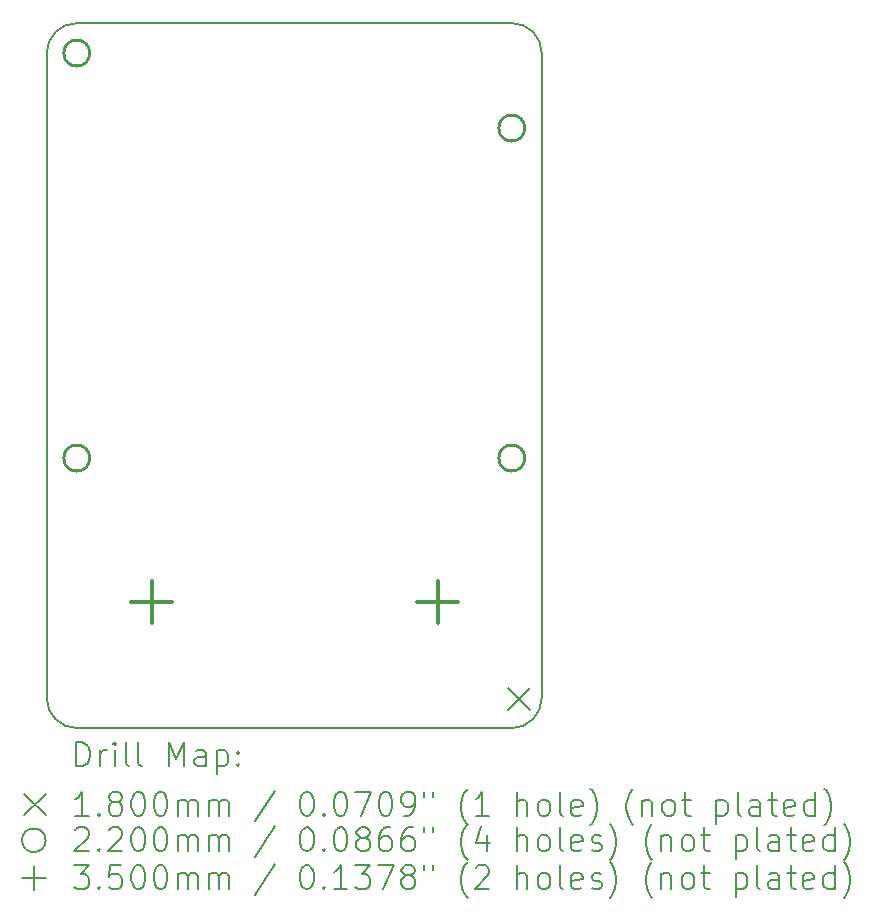
<source format=gbr>
%TF.GenerationSoftware,KiCad,Pcbnew,8.0.1*%
%TF.CreationDate,2024-07-15T10:08:49+02:00*%
%TF.ProjectId,RGB 2x2 with WS2811,52474220-3278-4322-9077-697468205753,rev?*%
%TF.SameCoordinates,Original*%
%TF.FileFunction,Drillmap*%
%TF.FilePolarity,Positive*%
%FSLAX45Y45*%
G04 Gerber Fmt 4.5, Leading zero omitted, Abs format (unit mm)*
G04 Created by KiCad (PCBNEW 8.0.1) date 2024-07-15 10:08:49*
%MOMM*%
%LPD*%
G01*
G04 APERTURE LIST*
%ADD10C,0.200000*%
%ADD11C,0.180000*%
%ADD12C,0.220000*%
%ADD13C,0.350000*%
G04 APERTURE END LIST*
D10*
X12014327Y-3618049D02*
X15697327Y-3618049D01*
X11760327Y-9333049D02*
X11760327Y-3872049D01*
X11760327Y-3872049D02*
G75*
G02*
X12014327Y-3618047I254003J-1D01*
G01*
X12014327Y-9587049D02*
G75*
G02*
X11760331Y-9333049I3J253999D01*
G01*
X15951327Y-3872049D02*
X15951327Y-9333049D01*
X15951327Y-9333049D02*
G75*
G02*
X15697327Y-9587047I-253997J-1D01*
G01*
X15697326Y-9587049D02*
X12014327Y-9587049D01*
X15697327Y-3618049D02*
G75*
G02*
X15951331Y-3872049I3J-254001D01*
G01*
D11*
X15669327Y-9250249D02*
X15849327Y-9430249D01*
X15849327Y-9250249D02*
X15669327Y-9430249D01*
D12*
X12124327Y-3872049D02*
G75*
G02*
X11904327Y-3872049I-110000J0D01*
G01*
X11904327Y-3872049D02*
G75*
G02*
X12124327Y-3872049I110000J0D01*
G01*
X12124327Y-7301049D02*
G75*
G02*
X11904327Y-7301049I-110000J0D01*
G01*
X11904327Y-7301049D02*
G75*
G02*
X12124327Y-7301049I110000J0D01*
G01*
X15807327Y-7301049D02*
G75*
G02*
X15587327Y-7301049I-110000J0D01*
G01*
X15587327Y-7301049D02*
G75*
G02*
X15807327Y-7301049I110000J0D01*
G01*
X15807327Y-4507049D02*
G75*
G02*
X15587327Y-4507049I-110000J0D01*
G01*
X15587327Y-4507049D02*
G75*
G02*
X15807327Y-4507049I110000J0D01*
G01*
D13*
X12649327Y-8345249D02*
X12649327Y-8695249D01*
X12474327Y-8520249D02*
X12824327Y-8520249D01*
X15069327Y-8345249D02*
X15069327Y-8695249D01*
X14894327Y-8520249D02*
X15244327Y-8520249D01*
D10*
X12011104Y-9908533D02*
X12011104Y-9708533D01*
X12011104Y-9708533D02*
X12058723Y-9708533D01*
X12058723Y-9708533D02*
X12087294Y-9718057D01*
X12087294Y-9718057D02*
X12106342Y-9737104D01*
X12106342Y-9737104D02*
X12115866Y-9756152D01*
X12115866Y-9756152D02*
X12125389Y-9794247D01*
X12125389Y-9794247D02*
X12125389Y-9822819D01*
X12125389Y-9822819D02*
X12115866Y-9860914D01*
X12115866Y-9860914D02*
X12106342Y-9879961D01*
X12106342Y-9879961D02*
X12087294Y-9899009D01*
X12087294Y-9899009D02*
X12058723Y-9908533D01*
X12058723Y-9908533D02*
X12011104Y-9908533D01*
X12211104Y-9908533D02*
X12211104Y-9775200D01*
X12211104Y-9813295D02*
X12220627Y-9794247D01*
X12220627Y-9794247D02*
X12230151Y-9784723D01*
X12230151Y-9784723D02*
X12249199Y-9775200D01*
X12249199Y-9775200D02*
X12268247Y-9775200D01*
X12334913Y-9908533D02*
X12334913Y-9775200D01*
X12334913Y-9708533D02*
X12325389Y-9718057D01*
X12325389Y-9718057D02*
X12334913Y-9727581D01*
X12334913Y-9727581D02*
X12344437Y-9718057D01*
X12344437Y-9718057D02*
X12334913Y-9708533D01*
X12334913Y-9708533D02*
X12334913Y-9727581D01*
X12458723Y-9908533D02*
X12439675Y-9899009D01*
X12439675Y-9899009D02*
X12430151Y-9879961D01*
X12430151Y-9879961D02*
X12430151Y-9708533D01*
X12563485Y-9908533D02*
X12544437Y-9899009D01*
X12544437Y-9899009D02*
X12534913Y-9879961D01*
X12534913Y-9879961D02*
X12534913Y-9708533D01*
X12792056Y-9908533D02*
X12792056Y-9708533D01*
X12792056Y-9708533D02*
X12858723Y-9851390D01*
X12858723Y-9851390D02*
X12925389Y-9708533D01*
X12925389Y-9708533D02*
X12925389Y-9908533D01*
X13106342Y-9908533D02*
X13106342Y-9803771D01*
X13106342Y-9803771D02*
X13096818Y-9784723D01*
X13096818Y-9784723D02*
X13077770Y-9775200D01*
X13077770Y-9775200D02*
X13039675Y-9775200D01*
X13039675Y-9775200D02*
X13020627Y-9784723D01*
X13106342Y-9899009D02*
X13087294Y-9908533D01*
X13087294Y-9908533D02*
X13039675Y-9908533D01*
X13039675Y-9908533D02*
X13020627Y-9899009D01*
X13020627Y-9899009D02*
X13011104Y-9879961D01*
X13011104Y-9879961D02*
X13011104Y-9860914D01*
X13011104Y-9860914D02*
X13020627Y-9841866D01*
X13020627Y-9841866D02*
X13039675Y-9832342D01*
X13039675Y-9832342D02*
X13087294Y-9832342D01*
X13087294Y-9832342D02*
X13106342Y-9822819D01*
X13201580Y-9775200D02*
X13201580Y-9975200D01*
X13201580Y-9784723D02*
X13220627Y-9775200D01*
X13220627Y-9775200D02*
X13258723Y-9775200D01*
X13258723Y-9775200D02*
X13277770Y-9784723D01*
X13277770Y-9784723D02*
X13287294Y-9794247D01*
X13287294Y-9794247D02*
X13296818Y-9813295D01*
X13296818Y-9813295D02*
X13296818Y-9870438D01*
X13296818Y-9870438D02*
X13287294Y-9889485D01*
X13287294Y-9889485D02*
X13277770Y-9899009D01*
X13277770Y-9899009D02*
X13258723Y-9908533D01*
X13258723Y-9908533D02*
X13220627Y-9908533D01*
X13220627Y-9908533D02*
X13201580Y-9899009D01*
X13382532Y-9889485D02*
X13392056Y-9899009D01*
X13392056Y-9899009D02*
X13382532Y-9908533D01*
X13382532Y-9908533D02*
X13373008Y-9899009D01*
X13373008Y-9899009D02*
X13382532Y-9889485D01*
X13382532Y-9889485D02*
X13382532Y-9908533D01*
X13382532Y-9784723D02*
X13392056Y-9794247D01*
X13392056Y-9794247D02*
X13382532Y-9803771D01*
X13382532Y-9803771D02*
X13373008Y-9794247D01*
X13373008Y-9794247D02*
X13382532Y-9784723D01*
X13382532Y-9784723D02*
X13382532Y-9803771D01*
D11*
X11570327Y-10147049D02*
X11750327Y-10327049D01*
X11750327Y-10147049D02*
X11570327Y-10327049D01*
D10*
X12115866Y-10328533D02*
X12001580Y-10328533D01*
X12058723Y-10328533D02*
X12058723Y-10128533D01*
X12058723Y-10128533D02*
X12039675Y-10157104D01*
X12039675Y-10157104D02*
X12020627Y-10176152D01*
X12020627Y-10176152D02*
X12001580Y-10185676D01*
X12201580Y-10309485D02*
X12211104Y-10319009D01*
X12211104Y-10319009D02*
X12201580Y-10328533D01*
X12201580Y-10328533D02*
X12192056Y-10319009D01*
X12192056Y-10319009D02*
X12201580Y-10309485D01*
X12201580Y-10309485D02*
X12201580Y-10328533D01*
X12325389Y-10214247D02*
X12306342Y-10204723D01*
X12306342Y-10204723D02*
X12296818Y-10195200D01*
X12296818Y-10195200D02*
X12287294Y-10176152D01*
X12287294Y-10176152D02*
X12287294Y-10166628D01*
X12287294Y-10166628D02*
X12296818Y-10147581D01*
X12296818Y-10147581D02*
X12306342Y-10138057D01*
X12306342Y-10138057D02*
X12325389Y-10128533D01*
X12325389Y-10128533D02*
X12363485Y-10128533D01*
X12363485Y-10128533D02*
X12382532Y-10138057D01*
X12382532Y-10138057D02*
X12392056Y-10147581D01*
X12392056Y-10147581D02*
X12401580Y-10166628D01*
X12401580Y-10166628D02*
X12401580Y-10176152D01*
X12401580Y-10176152D02*
X12392056Y-10195200D01*
X12392056Y-10195200D02*
X12382532Y-10204723D01*
X12382532Y-10204723D02*
X12363485Y-10214247D01*
X12363485Y-10214247D02*
X12325389Y-10214247D01*
X12325389Y-10214247D02*
X12306342Y-10223771D01*
X12306342Y-10223771D02*
X12296818Y-10233295D01*
X12296818Y-10233295D02*
X12287294Y-10252342D01*
X12287294Y-10252342D02*
X12287294Y-10290438D01*
X12287294Y-10290438D02*
X12296818Y-10309485D01*
X12296818Y-10309485D02*
X12306342Y-10319009D01*
X12306342Y-10319009D02*
X12325389Y-10328533D01*
X12325389Y-10328533D02*
X12363485Y-10328533D01*
X12363485Y-10328533D02*
X12382532Y-10319009D01*
X12382532Y-10319009D02*
X12392056Y-10309485D01*
X12392056Y-10309485D02*
X12401580Y-10290438D01*
X12401580Y-10290438D02*
X12401580Y-10252342D01*
X12401580Y-10252342D02*
X12392056Y-10233295D01*
X12392056Y-10233295D02*
X12382532Y-10223771D01*
X12382532Y-10223771D02*
X12363485Y-10214247D01*
X12525389Y-10128533D02*
X12544437Y-10128533D01*
X12544437Y-10128533D02*
X12563485Y-10138057D01*
X12563485Y-10138057D02*
X12573008Y-10147581D01*
X12573008Y-10147581D02*
X12582532Y-10166628D01*
X12582532Y-10166628D02*
X12592056Y-10204723D01*
X12592056Y-10204723D02*
X12592056Y-10252342D01*
X12592056Y-10252342D02*
X12582532Y-10290438D01*
X12582532Y-10290438D02*
X12573008Y-10309485D01*
X12573008Y-10309485D02*
X12563485Y-10319009D01*
X12563485Y-10319009D02*
X12544437Y-10328533D01*
X12544437Y-10328533D02*
X12525389Y-10328533D01*
X12525389Y-10328533D02*
X12506342Y-10319009D01*
X12506342Y-10319009D02*
X12496818Y-10309485D01*
X12496818Y-10309485D02*
X12487294Y-10290438D01*
X12487294Y-10290438D02*
X12477770Y-10252342D01*
X12477770Y-10252342D02*
X12477770Y-10204723D01*
X12477770Y-10204723D02*
X12487294Y-10166628D01*
X12487294Y-10166628D02*
X12496818Y-10147581D01*
X12496818Y-10147581D02*
X12506342Y-10138057D01*
X12506342Y-10138057D02*
X12525389Y-10128533D01*
X12715866Y-10128533D02*
X12734913Y-10128533D01*
X12734913Y-10128533D02*
X12753961Y-10138057D01*
X12753961Y-10138057D02*
X12763485Y-10147581D01*
X12763485Y-10147581D02*
X12773008Y-10166628D01*
X12773008Y-10166628D02*
X12782532Y-10204723D01*
X12782532Y-10204723D02*
X12782532Y-10252342D01*
X12782532Y-10252342D02*
X12773008Y-10290438D01*
X12773008Y-10290438D02*
X12763485Y-10309485D01*
X12763485Y-10309485D02*
X12753961Y-10319009D01*
X12753961Y-10319009D02*
X12734913Y-10328533D01*
X12734913Y-10328533D02*
X12715866Y-10328533D01*
X12715866Y-10328533D02*
X12696818Y-10319009D01*
X12696818Y-10319009D02*
X12687294Y-10309485D01*
X12687294Y-10309485D02*
X12677770Y-10290438D01*
X12677770Y-10290438D02*
X12668247Y-10252342D01*
X12668247Y-10252342D02*
X12668247Y-10204723D01*
X12668247Y-10204723D02*
X12677770Y-10166628D01*
X12677770Y-10166628D02*
X12687294Y-10147581D01*
X12687294Y-10147581D02*
X12696818Y-10138057D01*
X12696818Y-10138057D02*
X12715866Y-10128533D01*
X12868247Y-10328533D02*
X12868247Y-10195200D01*
X12868247Y-10214247D02*
X12877770Y-10204723D01*
X12877770Y-10204723D02*
X12896818Y-10195200D01*
X12896818Y-10195200D02*
X12925389Y-10195200D01*
X12925389Y-10195200D02*
X12944437Y-10204723D01*
X12944437Y-10204723D02*
X12953961Y-10223771D01*
X12953961Y-10223771D02*
X12953961Y-10328533D01*
X12953961Y-10223771D02*
X12963485Y-10204723D01*
X12963485Y-10204723D02*
X12982532Y-10195200D01*
X12982532Y-10195200D02*
X13011104Y-10195200D01*
X13011104Y-10195200D02*
X13030151Y-10204723D01*
X13030151Y-10204723D02*
X13039675Y-10223771D01*
X13039675Y-10223771D02*
X13039675Y-10328533D01*
X13134913Y-10328533D02*
X13134913Y-10195200D01*
X13134913Y-10214247D02*
X13144437Y-10204723D01*
X13144437Y-10204723D02*
X13163485Y-10195200D01*
X13163485Y-10195200D02*
X13192056Y-10195200D01*
X13192056Y-10195200D02*
X13211104Y-10204723D01*
X13211104Y-10204723D02*
X13220628Y-10223771D01*
X13220628Y-10223771D02*
X13220628Y-10328533D01*
X13220628Y-10223771D02*
X13230151Y-10204723D01*
X13230151Y-10204723D02*
X13249199Y-10195200D01*
X13249199Y-10195200D02*
X13277770Y-10195200D01*
X13277770Y-10195200D02*
X13296818Y-10204723D01*
X13296818Y-10204723D02*
X13306342Y-10223771D01*
X13306342Y-10223771D02*
X13306342Y-10328533D01*
X13696818Y-10119009D02*
X13525390Y-10376152D01*
X13953961Y-10128533D02*
X13973009Y-10128533D01*
X13973009Y-10128533D02*
X13992056Y-10138057D01*
X13992056Y-10138057D02*
X14001580Y-10147581D01*
X14001580Y-10147581D02*
X14011104Y-10166628D01*
X14011104Y-10166628D02*
X14020628Y-10204723D01*
X14020628Y-10204723D02*
X14020628Y-10252342D01*
X14020628Y-10252342D02*
X14011104Y-10290438D01*
X14011104Y-10290438D02*
X14001580Y-10309485D01*
X14001580Y-10309485D02*
X13992056Y-10319009D01*
X13992056Y-10319009D02*
X13973009Y-10328533D01*
X13973009Y-10328533D02*
X13953961Y-10328533D01*
X13953961Y-10328533D02*
X13934913Y-10319009D01*
X13934913Y-10319009D02*
X13925390Y-10309485D01*
X13925390Y-10309485D02*
X13915866Y-10290438D01*
X13915866Y-10290438D02*
X13906342Y-10252342D01*
X13906342Y-10252342D02*
X13906342Y-10204723D01*
X13906342Y-10204723D02*
X13915866Y-10166628D01*
X13915866Y-10166628D02*
X13925390Y-10147581D01*
X13925390Y-10147581D02*
X13934913Y-10138057D01*
X13934913Y-10138057D02*
X13953961Y-10128533D01*
X14106342Y-10309485D02*
X14115866Y-10319009D01*
X14115866Y-10319009D02*
X14106342Y-10328533D01*
X14106342Y-10328533D02*
X14096818Y-10319009D01*
X14096818Y-10319009D02*
X14106342Y-10309485D01*
X14106342Y-10309485D02*
X14106342Y-10328533D01*
X14239675Y-10128533D02*
X14258723Y-10128533D01*
X14258723Y-10128533D02*
X14277771Y-10138057D01*
X14277771Y-10138057D02*
X14287294Y-10147581D01*
X14287294Y-10147581D02*
X14296818Y-10166628D01*
X14296818Y-10166628D02*
X14306342Y-10204723D01*
X14306342Y-10204723D02*
X14306342Y-10252342D01*
X14306342Y-10252342D02*
X14296818Y-10290438D01*
X14296818Y-10290438D02*
X14287294Y-10309485D01*
X14287294Y-10309485D02*
X14277771Y-10319009D01*
X14277771Y-10319009D02*
X14258723Y-10328533D01*
X14258723Y-10328533D02*
X14239675Y-10328533D01*
X14239675Y-10328533D02*
X14220628Y-10319009D01*
X14220628Y-10319009D02*
X14211104Y-10309485D01*
X14211104Y-10309485D02*
X14201580Y-10290438D01*
X14201580Y-10290438D02*
X14192056Y-10252342D01*
X14192056Y-10252342D02*
X14192056Y-10204723D01*
X14192056Y-10204723D02*
X14201580Y-10166628D01*
X14201580Y-10166628D02*
X14211104Y-10147581D01*
X14211104Y-10147581D02*
X14220628Y-10138057D01*
X14220628Y-10138057D02*
X14239675Y-10128533D01*
X14373009Y-10128533D02*
X14506342Y-10128533D01*
X14506342Y-10128533D02*
X14420628Y-10328533D01*
X14620628Y-10128533D02*
X14639675Y-10128533D01*
X14639675Y-10128533D02*
X14658723Y-10138057D01*
X14658723Y-10138057D02*
X14668247Y-10147581D01*
X14668247Y-10147581D02*
X14677771Y-10166628D01*
X14677771Y-10166628D02*
X14687294Y-10204723D01*
X14687294Y-10204723D02*
X14687294Y-10252342D01*
X14687294Y-10252342D02*
X14677771Y-10290438D01*
X14677771Y-10290438D02*
X14668247Y-10309485D01*
X14668247Y-10309485D02*
X14658723Y-10319009D01*
X14658723Y-10319009D02*
X14639675Y-10328533D01*
X14639675Y-10328533D02*
X14620628Y-10328533D01*
X14620628Y-10328533D02*
X14601580Y-10319009D01*
X14601580Y-10319009D02*
X14592056Y-10309485D01*
X14592056Y-10309485D02*
X14582532Y-10290438D01*
X14582532Y-10290438D02*
X14573009Y-10252342D01*
X14573009Y-10252342D02*
X14573009Y-10204723D01*
X14573009Y-10204723D02*
X14582532Y-10166628D01*
X14582532Y-10166628D02*
X14592056Y-10147581D01*
X14592056Y-10147581D02*
X14601580Y-10138057D01*
X14601580Y-10138057D02*
X14620628Y-10128533D01*
X14782532Y-10328533D02*
X14820628Y-10328533D01*
X14820628Y-10328533D02*
X14839675Y-10319009D01*
X14839675Y-10319009D02*
X14849199Y-10309485D01*
X14849199Y-10309485D02*
X14868247Y-10280914D01*
X14868247Y-10280914D02*
X14877771Y-10242819D01*
X14877771Y-10242819D02*
X14877771Y-10166628D01*
X14877771Y-10166628D02*
X14868247Y-10147581D01*
X14868247Y-10147581D02*
X14858723Y-10138057D01*
X14858723Y-10138057D02*
X14839675Y-10128533D01*
X14839675Y-10128533D02*
X14801580Y-10128533D01*
X14801580Y-10128533D02*
X14782532Y-10138057D01*
X14782532Y-10138057D02*
X14773009Y-10147581D01*
X14773009Y-10147581D02*
X14763485Y-10166628D01*
X14763485Y-10166628D02*
X14763485Y-10214247D01*
X14763485Y-10214247D02*
X14773009Y-10233295D01*
X14773009Y-10233295D02*
X14782532Y-10242819D01*
X14782532Y-10242819D02*
X14801580Y-10252342D01*
X14801580Y-10252342D02*
X14839675Y-10252342D01*
X14839675Y-10252342D02*
X14858723Y-10242819D01*
X14858723Y-10242819D02*
X14868247Y-10233295D01*
X14868247Y-10233295D02*
X14877771Y-10214247D01*
X14953961Y-10128533D02*
X14953961Y-10166628D01*
X15030152Y-10128533D02*
X15030152Y-10166628D01*
X15325390Y-10404723D02*
X15315866Y-10395200D01*
X15315866Y-10395200D02*
X15296818Y-10366628D01*
X15296818Y-10366628D02*
X15287294Y-10347581D01*
X15287294Y-10347581D02*
X15277771Y-10319009D01*
X15277771Y-10319009D02*
X15268247Y-10271390D01*
X15268247Y-10271390D02*
X15268247Y-10233295D01*
X15268247Y-10233295D02*
X15277771Y-10185676D01*
X15277771Y-10185676D02*
X15287294Y-10157104D01*
X15287294Y-10157104D02*
X15296818Y-10138057D01*
X15296818Y-10138057D02*
X15315866Y-10109485D01*
X15315866Y-10109485D02*
X15325390Y-10099961D01*
X15506342Y-10328533D02*
X15392056Y-10328533D01*
X15449199Y-10328533D02*
X15449199Y-10128533D01*
X15449199Y-10128533D02*
X15430152Y-10157104D01*
X15430152Y-10157104D02*
X15411104Y-10176152D01*
X15411104Y-10176152D02*
X15392056Y-10185676D01*
X15744437Y-10328533D02*
X15744437Y-10128533D01*
X15830152Y-10328533D02*
X15830152Y-10223771D01*
X15830152Y-10223771D02*
X15820628Y-10204723D01*
X15820628Y-10204723D02*
X15801580Y-10195200D01*
X15801580Y-10195200D02*
X15773009Y-10195200D01*
X15773009Y-10195200D02*
X15753961Y-10204723D01*
X15753961Y-10204723D02*
X15744437Y-10214247D01*
X15953961Y-10328533D02*
X15934914Y-10319009D01*
X15934914Y-10319009D02*
X15925390Y-10309485D01*
X15925390Y-10309485D02*
X15915866Y-10290438D01*
X15915866Y-10290438D02*
X15915866Y-10233295D01*
X15915866Y-10233295D02*
X15925390Y-10214247D01*
X15925390Y-10214247D02*
X15934914Y-10204723D01*
X15934914Y-10204723D02*
X15953961Y-10195200D01*
X15953961Y-10195200D02*
X15982533Y-10195200D01*
X15982533Y-10195200D02*
X16001580Y-10204723D01*
X16001580Y-10204723D02*
X16011104Y-10214247D01*
X16011104Y-10214247D02*
X16020628Y-10233295D01*
X16020628Y-10233295D02*
X16020628Y-10290438D01*
X16020628Y-10290438D02*
X16011104Y-10309485D01*
X16011104Y-10309485D02*
X16001580Y-10319009D01*
X16001580Y-10319009D02*
X15982533Y-10328533D01*
X15982533Y-10328533D02*
X15953961Y-10328533D01*
X16134914Y-10328533D02*
X16115866Y-10319009D01*
X16115866Y-10319009D02*
X16106342Y-10299961D01*
X16106342Y-10299961D02*
X16106342Y-10128533D01*
X16287295Y-10319009D02*
X16268247Y-10328533D01*
X16268247Y-10328533D02*
X16230152Y-10328533D01*
X16230152Y-10328533D02*
X16211104Y-10319009D01*
X16211104Y-10319009D02*
X16201580Y-10299961D01*
X16201580Y-10299961D02*
X16201580Y-10223771D01*
X16201580Y-10223771D02*
X16211104Y-10204723D01*
X16211104Y-10204723D02*
X16230152Y-10195200D01*
X16230152Y-10195200D02*
X16268247Y-10195200D01*
X16268247Y-10195200D02*
X16287295Y-10204723D01*
X16287295Y-10204723D02*
X16296818Y-10223771D01*
X16296818Y-10223771D02*
X16296818Y-10242819D01*
X16296818Y-10242819D02*
X16201580Y-10261866D01*
X16363485Y-10404723D02*
X16373009Y-10395200D01*
X16373009Y-10395200D02*
X16392056Y-10366628D01*
X16392056Y-10366628D02*
X16401580Y-10347581D01*
X16401580Y-10347581D02*
X16411104Y-10319009D01*
X16411104Y-10319009D02*
X16420628Y-10271390D01*
X16420628Y-10271390D02*
X16420628Y-10233295D01*
X16420628Y-10233295D02*
X16411104Y-10185676D01*
X16411104Y-10185676D02*
X16401580Y-10157104D01*
X16401580Y-10157104D02*
X16392056Y-10138057D01*
X16392056Y-10138057D02*
X16373009Y-10109485D01*
X16373009Y-10109485D02*
X16363485Y-10099961D01*
X16725390Y-10404723D02*
X16715866Y-10395200D01*
X16715866Y-10395200D02*
X16696818Y-10366628D01*
X16696818Y-10366628D02*
X16687295Y-10347581D01*
X16687295Y-10347581D02*
X16677771Y-10319009D01*
X16677771Y-10319009D02*
X16668247Y-10271390D01*
X16668247Y-10271390D02*
X16668247Y-10233295D01*
X16668247Y-10233295D02*
X16677771Y-10185676D01*
X16677771Y-10185676D02*
X16687295Y-10157104D01*
X16687295Y-10157104D02*
X16696818Y-10138057D01*
X16696818Y-10138057D02*
X16715866Y-10109485D01*
X16715866Y-10109485D02*
X16725390Y-10099961D01*
X16801580Y-10195200D02*
X16801580Y-10328533D01*
X16801580Y-10214247D02*
X16811104Y-10204723D01*
X16811104Y-10204723D02*
X16830152Y-10195200D01*
X16830152Y-10195200D02*
X16858723Y-10195200D01*
X16858723Y-10195200D02*
X16877771Y-10204723D01*
X16877771Y-10204723D02*
X16887295Y-10223771D01*
X16887295Y-10223771D02*
X16887295Y-10328533D01*
X17011104Y-10328533D02*
X16992057Y-10319009D01*
X16992057Y-10319009D02*
X16982533Y-10309485D01*
X16982533Y-10309485D02*
X16973009Y-10290438D01*
X16973009Y-10290438D02*
X16973009Y-10233295D01*
X16973009Y-10233295D02*
X16982533Y-10214247D01*
X16982533Y-10214247D02*
X16992057Y-10204723D01*
X16992057Y-10204723D02*
X17011104Y-10195200D01*
X17011104Y-10195200D02*
X17039676Y-10195200D01*
X17039676Y-10195200D02*
X17058723Y-10204723D01*
X17058723Y-10204723D02*
X17068247Y-10214247D01*
X17068247Y-10214247D02*
X17077771Y-10233295D01*
X17077771Y-10233295D02*
X17077771Y-10290438D01*
X17077771Y-10290438D02*
X17068247Y-10309485D01*
X17068247Y-10309485D02*
X17058723Y-10319009D01*
X17058723Y-10319009D02*
X17039676Y-10328533D01*
X17039676Y-10328533D02*
X17011104Y-10328533D01*
X17134914Y-10195200D02*
X17211104Y-10195200D01*
X17163485Y-10128533D02*
X17163485Y-10299961D01*
X17163485Y-10299961D02*
X17173009Y-10319009D01*
X17173009Y-10319009D02*
X17192057Y-10328533D01*
X17192057Y-10328533D02*
X17211104Y-10328533D01*
X17430152Y-10195200D02*
X17430152Y-10395200D01*
X17430152Y-10204723D02*
X17449199Y-10195200D01*
X17449199Y-10195200D02*
X17487295Y-10195200D01*
X17487295Y-10195200D02*
X17506342Y-10204723D01*
X17506342Y-10204723D02*
X17515866Y-10214247D01*
X17515866Y-10214247D02*
X17525390Y-10233295D01*
X17525390Y-10233295D02*
X17525390Y-10290438D01*
X17525390Y-10290438D02*
X17515866Y-10309485D01*
X17515866Y-10309485D02*
X17506342Y-10319009D01*
X17506342Y-10319009D02*
X17487295Y-10328533D01*
X17487295Y-10328533D02*
X17449199Y-10328533D01*
X17449199Y-10328533D02*
X17430152Y-10319009D01*
X17639676Y-10328533D02*
X17620628Y-10319009D01*
X17620628Y-10319009D02*
X17611104Y-10299961D01*
X17611104Y-10299961D02*
X17611104Y-10128533D01*
X17801580Y-10328533D02*
X17801580Y-10223771D01*
X17801580Y-10223771D02*
X17792057Y-10204723D01*
X17792057Y-10204723D02*
X17773009Y-10195200D01*
X17773009Y-10195200D02*
X17734914Y-10195200D01*
X17734914Y-10195200D02*
X17715866Y-10204723D01*
X17801580Y-10319009D02*
X17782533Y-10328533D01*
X17782533Y-10328533D02*
X17734914Y-10328533D01*
X17734914Y-10328533D02*
X17715866Y-10319009D01*
X17715866Y-10319009D02*
X17706342Y-10299961D01*
X17706342Y-10299961D02*
X17706342Y-10280914D01*
X17706342Y-10280914D02*
X17715866Y-10261866D01*
X17715866Y-10261866D02*
X17734914Y-10252342D01*
X17734914Y-10252342D02*
X17782533Y-10252342D01*
X17782533Y-10252342D02*
X17801580Y-10242819D01*
X17868247Y-10195200D02*
X17944438Y-10195200D01*
X17896819Y-10128533D02*
X17896819Y-10299961D01*
X17896819Y-10299961D02*
X17906342Y-10319009D01*
X17906342Y-10319009D02*
X17925390Y-10328533D01*
X17925390Y-10328533D02*
X17944438Y-10328533D01*
X18087295Y-10319009D02*
X18068247Y-10328533D01*
X18068247Y-10328533D02*
X18030152Y-10328533D01*
X18030152Y-10328533D02*
X18011104Y-10319009D01*
X18011104Y-10319009D02*
X18001580Y-10299961D01*
X18001580Y-10299961D02*
X18001580Y-10223771D01*
X18001580Y-10223771D02*
X18011104Y-10204723D01*
X18011104Y-10204723D02*
X18030152Y-10195200D01*
X18030152Y-10195200D02*
X18068247Y-10195200D01*
X18068247Y-10195200D02*
X18087295Y-10204723D01*
X18087295Y-10204723D02*
X18096819Y-10223771D01*
X18096819Y-10223771D02*
X18096819Y-10242819D01*
X18096819Y-10242819D02*
X18001580Y-10261866D01*
X18268247Y-10328533D02*
X18268247Y-10128533D01*
X18268247Y-10319009D02*
X18249200Y-10328533D01*
X18249200Y-10328533D02*
X18211104Y-10328533D01*
X18211104Y-10328533D02*
X18192057Y-10319009D01*
X18192057Y-10319009D02*
X18182533Y-10309485D01*
X18182533Y-10309485D02*
X18173009Y-10290438D01*
X18173009Y-10290438D02*
X18173009Y-10233295D01*
X18173009Y-10233295D02*
X18182533Y-10214247D01*
X18182533Y-10214247D02*
X18192057Y-10204723D01*
X18192057Y-10204723D02*
X18211104Y-10195200D01*
X18211104Y-10195200D02*
X18249200Y-10195200D01*
X18249200Y-10195200D02*
X18268247Y-10204723D01*
X18344438Y-10404723D02*
X18353961Y-10395200D01*
X18353961Y-10395200D02*
X18373009Y-10366628D01*
X18373009Y-10366628D02*
X18382533Y-10347581D01*
X18382533Y-10347581D02*
X18392057Y-10319009D01*
X18392057Y-10319009D02*
X18401580Y-10271390D01*
X18401580Y-10271390D02*
X18401580Y-10233295D01*
X18401580Y-10233295D02*
X18392057Y-10185676D01*
X18392057Y-10185676D02*
X18382533Y-10157104D01*
X18382533Y-10157104D02*
X18373009Y-10138057D01*
X18373009Y-10138057D02*
X18353961Y-10109485D01*
X18353961Y-10109485D02*
X18344438Y-10099961D01*
X11750327Y-10537049D02*
G75*
G02*
X11550327Y-10537049I-100000J0D01*
G01*
X11550327Y-10537049D02*
G75*
G02*
X11750327Y-10537049I100000J0D01*
G01*
X12001580Y-10447581D02*
X12011104Y-10438057D01*
X12011104Y-10438057D02*
X12030151Y-10428533D01*
X12030151Y-10428533D02*
X12077770Y-10428533D01*
X12077770Y-10428533D02*
X12096818Y-10438057D01*
X12096818Y-10438057D02*
X12106342Y-10447581D01*
X12106342Y-10447581D02*
X12115866Y-10466628D01*
X12115866Y-10466628D02*
X12115866Y-10485676D01*
X12115866Y-10485676D02*
X12106342Y-10514247D01*
X12106342Y-10514247D02*
X11992056Y-10628533D01*
X11992056Y-10628533D02*
X12115866Y-10628533D01*
X12201580Y-10609485D02*
X12211104Y-10619009D01*
X12211104Y-10619009D02*
X12201580Y-10628533D01*
X12201580Y-10628533D02*
X12192056Y-10619009D01*
X12192056Y-10619009D02*
X12201580Y-10609485D01*
X12201580Y-10609485D02*
X12201580Y-10628533D01*
X12287294Y-10447581D02*
X12296818Y-10438057D01*
X12296818Y-10438057D02*
X12315866Y-10428533D01*
X12315866Y-10428533D02*
X12363485Y-10428533D01*
X12363485Y-10428533D02*
X12382532Y-10438057D01*
X12382532Y-10438057D02*
X12392056Y-10447581D01*
X12392056Y-10447581D02*
X12401580Y-10466628D01*
X12401580Y-10466628D02*
X12401580Y-10485676D01*
X12401580Y-10485676D02*
X12392056Y-10514247D01*
X12392056Y-10514247D02*
X12277770Y-10628533D01*
X12277770Y-10628533D02*
X12401580Y-10628533D01*
X12525389Y-10428533D02*
X12544437Y-10428533D01*
X12544437Y-10428533D02*
X12563485Y-10438057D01*
X12563485Y-10438057D02*
X12573008Y-10447581D01*
X12573008Y-10447581D02*
X12582532Y-10466628D01*
X12582532Y-10466628D02*
X12592056Y-10504723D01*
X12592056Y-10504723D02*
X12592056Y-10552342D01*
X12592056Y-10552342D02*
X12582532Y-10590438D01*
X12582532Y-10590438D02*
X12573008Y-10609485D01*
X12573008Y-10609485D02*
X12563485Y-10619009D01*
X12563485Y-10619009D02*
X12544437Y-10628533D01*
X12544437Y-10628533D02*
X12525389Y-10628533D01*
X12525389Y-10628533D02*
X12506342Y-10619009D01*
X12506342Y-10619009D02*
X12496818Y-10609485D01*
X12496818Y-10609485D02*
X12487294Y-10590438D01*
X12487294Y-10590438D02*
X12477770Y-10552342D01*
X12477770Y-10552342D02*
X12477770Y-10504723D01*
X12477770Y-10504723D02*
X12487294Y-10466628D01*
X12487294Y-10466628D02*
X12496818Y-10447581D01*
X12496818Y-10447581D02*
X12506342Y-10438057D01*
X12506342Y-10438057D02*
X12525389Y-10428533D01*
X12715866Y-10428533D02*
X12734913Y-10428533D01*
X12734913Y-10428533D02*
X12753961Y-10438057D01*
X12753961Y-10438057D02*
X12763485Y-10447581D01*
X12763485Y-10447581D02*
X12773008Y-10466628D01*
X12773008Y-10466628D02*
X12782532Y-10504723D01*
X12782532Y-10504723D02*
X12782532Y-10552342D01*
X12782532Y-10552342D02*
X12773008Y-10590438D01*
X12773008Y-10590438D02*
X12763485Y-10609485D01*
X12763485Y-10609485D02*
X12753961Y-10619009D01*
X12753961Y-10619009D02*
X12734913Y-10628533D01*
X12734913Y-10628533D02*
X12715866Y-10628533D01*
X12715866Y-10628533D02*
X12696818Y-10619009D01*
X12696818Y-10619009D02*
X12687294Y-10609485D01*
X12687294Y-10609485D02*
X12677770Y-10590438D01*
X12677770Y-10590438D02*
X12668247Y-10552342D01*
X12668247Y-10552342D02*
X12668247Y-10504723D01*
X12668247Y-10504723D02*
X12677770Y-10466628D01*
X12677770Y-10466628D02*
X12687294Y-10447581D01*
X12687294Y-10447581D02*
X12696818Y-10438057D01*
X12696818Y-10438057D02*
X12715866Y-10428533D01*
X12868247Y-10628533D02*
X12868247Y-10495200D01*
X12868247Y-10514247D02*
X12877770Y-10504723D01*
X12877770Y-10504723D02*
X12896818Y-10495200D01*
X12896818Y-10495200D02*
X12925389Y-10495200D01*
X12925389Y-10495200D02*
X12944437Y-10504723D01*
X12944437Y-10504723D02*
X12953961Y-10523771D01*
X12953961Y-10523771D02*
X12953961Y-10628533D01*
X12953961Y-10523771D02*
X12963485Y-10504723D01*
X12963485Y-10504723D02*
X12982532Y-10495200D01*
X12982532Y-10495200D02*
X13011104Y-10495200D01*
X13011104Y-10495200D02*
X13030151Y-10504723D01*
X13030151Y-10504723D02*
X13039675Y-10523771D01*
X13039675Y-10523771D02*
X13039675Y-10628533D01*
X13134913Y-10628533D02*
X13134913Y-10495200D01*
X13134913Y-10514247D02*
X13144437Y-10504723D01*
X13144437Y-10504723D02*
X13163485Y-10495200D01*
X13163485Y-10495200D02*
X13192056Y-10495200D01*
X13192056Y-10495200D02*
X13211104Y-10504723D01*
X13211104Y-10504723D02*
X13220628Y-10523771D01*
X13220628Y-10523771D02*
X13220628Y-10628533D01*
X13220628Y-10523771D02*
X13230151Y-10504723D01*
X13230151Y-10504723D02*
X13249199Y-10495200D01*
X13249199Y-10495200D02*
X13277770Y-10495200D01*
X13277770Y-10495200D02*
X13296818Y-10504723D01*
X13296818Y-10504723D02*
X13306342Y-10523771D01*
X13306342Y-10523771D02*
X13306342Y-10628533D01*
X13696818Y-10419009D02*
X13525390Y-10676152D01*
X13953961Y-10428533D02*
X13973009Y-10428533D01*
X13973009Y-10428533D02*
X13992056Y-10438057D01*
X13992056Y-10438057D02*
X14001580Y-10447581D01*
X14001580Y-10447581D02*
X14011104Y-10466628D01*
X14011104Y-10466628D02*
X14020628Y-10504723D01*
X14020628Y-10504723D02*
X14020628Y-10552342D01*
X14020628Y-10552342D02*
X14011104Y-10590438D01*
X14011104Y-10590438D02*
X14001580Y-10609485D01*
X14001580Y-10609485D02*
X13992056Y-10619009D01*
X13992056Y-10619009D02*
X13973009Y-10628533D01*
X13973009Y-10628533D02*
X13953961Y-10628533D01*
X13953961Y-10628533D02*
X13934913Y-10619009D01*
X13934913Y-10619009D02*
X13925390Y-10609485D01*
X13925390Y-10609485D02*
X13915866Y-10590438D01*
X13915866Y-10590438D02*
X13906342Y-10552342D01*
X13906342Y-10552342D02*
X13906342Y-10504723D01*
X13906342Y-10504723D02*
X13915866Y-10466628D01*
X13915866Y-10466628D02*
X13925390Y-10447581D01*
X13925390Y-10447581D02*
X13934913Y-10438057D01*
X13934913Y-10438057D02*
X13953961Y-10428533D01*
X14106342Y-10609485D02*
X14115866Y-10619009D01*
X14115866Y-10619009D02*
X14106342Y-10628533D01*
X14106342Y-10628533D02*
X14096818Y-10619009D01*
X14096818Y-10619009D02*
X14106342Y-10609485D01*
X14106342Y-10609485D02*
X14106342Y-10628533D01*
X14239675Y-10428533D02*
X14258723Y-10428533D01*
X14258723Y-10428533D02*
X14277771Y-10438057D01*
X14277771Y-10438057D02*
X14287294Y-10447581D01*
X14287294Y-10447581D02*
X14296818Y-10466628D01*
X14296818Y-10466628D02*
X14306342Y-10504723D01*
X14306342Y-10504723D02*
X14306342Y-10552342D01*
X14306342Y-10552342D02*
X14296818Y-10590438D01*
X14296818Y-10590438D02*
X14287294Y-10609485D01*
X14287294Y-10609485D02*
X14277771Y-10619009D01*
X14277771Y-10619009D02*
X14258723Y-10628533D01*
X14258723Y-10628533D02*
X14239675Y-10628533D01*
X14239675Y-10628533D02*
X14220628Y-10619009D01*
X14220628Y-10619009D02*
X14211104Y-10609485D01*
X14211104Y-10609485D02*
X14201580Y-10590438D01*
X14201580Y-10590438D02*
X14192056Y-10552342D01*
X14192056Y-10552342D02*
X14192056Y-10504723D01*
X14192056Y-10504723D02*
X14201580Y-10466628D01*
X14201580Y-10466628D02*
X14211104Y-10447581D01*
X14211104Y-10447581D02*
X14220628Y-10438057D01*
X14220628Y-10438057D02*
X14239675Y-10428533D01*
X14420628Y-10514247D02*
X14401580Y-10504723D01*
X14401580Y-10504723D02*
X14392056Y-10495200D01*
X14392056Y-10495200D02*
X14382532Y-10476152D01*
X14382532Y-10476152D02*
X14382532Y-10466628D01*
X14382532Y-10466628D02*
X14392056Y-10447581D01*
X14392056Y-10447581D02*
X14401580Y-10438057D01*
X14401580Y-10438057D02*
X14420628Y-10428533D01*
X14420628Y-10428533D02*
X14458723Y-10428533D01*
X14458723Y-10428533D02*
X14477771Y-10438057D01*
X14477771Y-10438057D02*
X14487294Y-10447581D01*
X14487294Y-10447581D02*
X14496818Y-10466628D01*
X14496818Y-10466628D02*
X14496818Y-10476152D01*
X14496818Y-10476152D02*
X14487294Y-10495200D01*
X14487294Y-10495200D02*
X14477771Y-10504723D01*
X14477771Y-10504723D02*
X14458723Y-10514247D01*
X14458723Y-10514247D02*
X14420628Y-10514247D01*
X14420628Y-10514247D02*
X14401580Y-10523771D01*
X14401580Y-10523771D02*
X14392056Y-10533295D01*
X14392056Y-10533295D02*
X14382532Y-10552342D01*
X14382532Y-10552342D02*
X14382532Y-10590438D01*
X14382532Y-10590438D02*
X14392056Y-10609485D01*
X14392056Y-10609485D02*
X14401580Y-10619009D01*
X14401580Y-10619009D02*
X14420628Y-10628533D01*
X14420628Y-10628533D02*
X14458723Y-10628533D01*
X14458723Y-10628533D02*
X14477771Y-10619009D01*
X14477771Y-10619009D02*
X14487294Y-10609485D01*
X14487294Y-10609485D02*
X14496818Y-10590438D01*
X14496818Y-10590438D02*
X14496818Y-10552342D01*
X14496818Y-10552342D02*
X14487294Y-10533295D01*
X14487294Y-10533295D02*
X14477771Y-10523771D01*
X14477771Y-10523771D02*
X14458723Y-10514247D01*
X14668247Y-10428533D02*
X14630151Y-10428533D01*
X14630151Y-10428533D02*
X14611104Y-10438057D01*
X14611104Y-10438057D02*
X14601580Y-10447581D01*
X14601580Y-10447581D02*
X14582532Y-10476152D01*
X14582532Y-10476152D02*
X14573009Y-10514247D01*
X14573009Y-10514247D02*
X14573009Y-10590438D01*
X14573009Y-10590438D02*
X14582532Y-10609485D01*
X14582532Y-10609485D02*
X14592056Y-10619009D01*
X14592056Y-10619009D02*
X14611104Y-10628533D01*
X14611104Y-10628533D02*
X14649199Y-10628533D01*
X14649199Y-10628533D02*
X14668247Y-10619009D01*
X14668247Y-10619009D02*
X14677771Y-10609485D01*
X14677771Y-10609485D02*
X14687294Y-10590438D01*
X14687294Y-10590438D02*
X14687294Y-10542819D01*
X14687294Y-10542819D02*
X14677771Y-10523771D01*
X14677771Y-10523771D02*
X14668247Y-10514247D01*
X14668247Y-10514247D02*
X14649199Y-10504723D01*
X14649199Y-10504723D02*
X14611104Y-10504723D01*
X14611104Y-10504723D02*
X14592056Y-10514247D01*
X14592056Y-10514247D02*
X14582532Y-10523771D01*
X14582532Y-10523771D02*
X14573009Y-10542819D01*
X14858723Y-10428533D02*
X14820628Y-10428533D01*
X14820628Y-10428533D02*
X14801580Y-10438057D01*
X14801580Y-10438057D02*
X14792056Y-10447581D01*
X14792056Y-10447581D02*
X14773009Y-10476152D01*
X14773009Y-10476152D02*
X14763485Y-10514247D01*
X14763485Y-10514247D02*
X14763485Y-10590438D01*
X14763485Y-10590438D02*
X14773009Y-10609485D01*
X14773009Y-10609485D02*
X14782532Y-10619009D01*
X14782532Y-10619009D02*
X14801580Y-10628533D01*
X14801580Y-10628533D02*
X14839675Y-10628533D01*
X14839675Y-10628533D02*
X14858723Y-10619009D01*
X14858723Y-10619009D02*
X14868247Y-10609485D01*
X14868247Y-10609485D02*
X14877771Y-10590438D01*
X14877771Y-10590438D02*
X14877771Y-10542819D01*
X14877771Y-10542819D02*
X14868247Y-10523771D01*
X14868247Y-10523771D02*
X14858723Y-10514247D01*
X14858723Y-10514247D02*
X14839675Y-10504723D01*
X14839675Y-10504723D02*
X14801580Y-10504723D01*
X14801580Y-10504723D02*
X14782532Y-10514247D01*
X14782532Y-10514247D02*
X14773009Y-10523771D01*
X14773009Y-10523771D02*
X14763485Y-10542819D01*
X14953961Y-10428533D02*
X14953961Y-10466628D01*
X15030152Y-10428533D02*
X15030152Y-10466628D01*
X15325390Y-10704723D02*
X15315866Y-10695200D01*
X15315866Y-10695200D02*
X15296818Y-10666628D01*
X15296818Y-10666628D02*
X15287294Y-10647581D01*
X15287294Y-10647581D02*
X15277771Y-10619009D01*
X15277771Y-10619009D02*
X15268247Y-10571390D01*
X15268247Y-10571390D02*
X15268247Y-10533295D01*
X15268247Y-10533295D02*
X15277771Y-10485676D01*
X15277771Y-10485676D02*
X15287294Y-10457104D01*
X15287294Y-10457104D02*
X15296818Y-10438057D01*
X15296818Y-10438057D02*
X15315866Y-10409485D01*
X15315866Y-10409485D02*
X15325390Y-10399961D01*
X15487294Y-10495200D02*
X15487294Y-10628533D01*
X15439675Y-10419009D02*
X15392056Y-10561866D01*
X15392056Y-10561866D02*
X15515866Y-10561866D01*
X15744437Y-10628533D02*
X15744437Y-10428533D01*
X15830152Y-10628533D02*
X15830152Y-10523771D01*
X15830152Y-10523771D02*
X15820628Y-10504723D01*
X15820628Y-10504723D02*
X15801580Y-10495200D01*
X15801580Y-10495200D02*
X15773009Y-10495200D01*
X15773009Y-10495200D02*
X15753961Y-10504723D01*
X15753961Y-10504723D02*
X15744437Y-10514247D01*
X15953961Y-10628533D02*
X15934914Y-10619009D01*
X15934914Y-10619009D02*
X15925390Y-10609485D01*
X15925390Y-10609485D02*
X15915866Y-10590438D01*
X15915866Y-10590438D02*
X15915866Y-10533295D01*
X15915866Y-10533295D02*
X15925390Y-10514247D01*
X15925390Y-10514247D02*
X15934914Y-10504723D01*
X15934914Y-10504723D02*
X15953961Y-10495200D01*
X15953961Y-10495200D02*
X15982533Y-10495200D01*
X15982533Y-10495200D02*
X16001580Y-10504723D01*
X16001580Y-10504723D02*
X16011104Y-10514247D01*
X16011104Y-10514247D02*
X16020628Y-10533295D01*
X16020628Y-10533295D02*
X16020628Y-10590438D01*
X16020628Y-10590438D02*
X16011104Y-10609485D01*
X16011104Y-10609485D02*
X16001580Y-10619009D01*
X16001580Y-10619009D02*
X15982533Y-10628533D01*
X15982533Y-10628533D02*
X15953961Y-10628533D01*
X16134914Y-10628533D02*
X16115866Y-10619009D01*
X16115866Y-10619009D02*
X16106342Y-10599961D01*
X16106342Y-10599961D02*
X16106342Y-10428533D01*
X16287295Y-10619009D02*
X16268247Y-10628533D01*
X16268247Y-10628533D02*
X16230152Y-10628533D01*
X16230152Y-10628533D02*
X16211104Y-10619009D01*
X16211104Y-10619009D02*
X16201580Y-10599961D01*
X16201580Y-10599961D02*
X16201580Y-10523771D01*
X16201580Y-10523771D02*
X16211104Y-10504723D01*
X16211104Y-10504723D02*
X16230152Y-10495200D01*
X16230152Y-10495200D02*
X16268247Y-10495200D01*
X16268247Y-10495200D02*
X16287295Y-10504723D01*
X16287295Y-10504723D02*
X16296818Y-10523771D01*
X16296818Y-10523771D02*
X16296818Y-10542819D01*
X16296818Y-10542819D02*
X16201580Y-10561866D01*
X16373009Y-10619009D02*
X16392056Y-10628533D01*
X16392056Y-10628533D02*
X16430152Y-10628533D01*
X16430152Y-10628533D02*
X16449199Y-10619009D01*
X16449199Y-10619009D02*
X16458723Y-10599961D01*
X16458723Y-10599961D02*
X16458723Y-10590438D01*
X16458723Y-10590438D02*
X16449199Y-10571390D01*
X16449199Y-10571390D02*
X16430152Y-10561866D01*
X16430152Y-10561866D02*
X16401580Y-10561866D01*
X16401580Y-10561866D02*
X16382533Y-10552342D01*
X16382533Y-10552342D02*
X16373009Y-10533295D01*
X16373009Y-10533295D02*
X16373009Y-10523771D01*
X16373009Y-10523771D02*
X16382533Y-10504723D01*
X16382533Y-10504723D02*
X16401580Y-10495200D01*
X16401580Y-10495200D02*
X16430152Y-10495200D01*
X16430152Y-10495200D02*
X16449199Y-10504723D01*
X16525390Y-10704723D02*
X16534914Y-10695200D01*
X16534914Y-10695200D02*
X16553961Y-10666628D01*
X16553961Y-10666628D02*
X16563485Y-10647581D01*
X16563485Y-10647581D02*
X16573009Y-10619009D01*
X16573009Y-10619009D02*
X16582533Y-10571390D01*
X16582533Y-10571390D02*
X16582533Y-10533295D01*
X16582533Y-10533295D02*
X16573009Y-10485676D01*
X16573009Y-10485676D02*
X16563485Y-10457104D01*
X16563485Y-10457104D02*
X16553961Y-10438057D01*
X16553961Y-10438057D02*
X16534914Y-10409485D01*
X16534914Y-10409485D02*
X16525390Y-10399961D01*
X16887295Y-10704723D02*
X16877771Y-10695200D01*
X16877771Y-10695200D02*
X16858723Y-10666628D01*
X16858723Y-10666628D02*
X16849199Y-10647581D01*
X16849199Y-10647581D02*
X16839676Y-10619009D01*
X16839676Y-10619009D02*
X16830152Y-10571390D01*
X16830152Y-10571390D02*
X16830152Y-10533295D01*
X16830152Y-10533295D02*
X16839676Y-10485676D01*
X16839676Y-10485676D02*
X16849199Y-10457104D01*
X16849199Y-10457104D02*
X16858723Y-10438057D01*
X16858723Y-10438057D02*
X16877771Y-10409485D01*
X16877771Y-10409485D02*
X16887295Y-10399961D01*
X16963485Y-10495200D02*
X16963485Y-10628533D01*
X16963485Y-10514247D02*
X16973009Y-10504723D01*
X16973009Y-10504723D02*
X16992057Y-10495200D01*
X16992057Y-10495200D02*
X17020628Y-10495200D01*
X17020628Y-10495200D02*
X17039676Y-10504723D01*
X17039676Y-10504723D02*
X17049199Y-10523771D01*
X17049199Y-10523771D02*
X17049199Y-10628533D01*
X17173009Y-10628533D02*
X17153961Y-10619009D01*
X17153961Y-10619009D02*
X17144438Y-10609485D01*
X17144438Y-10609485D02*
X17134914Y-10590438D01*
X17134914Y-10590438D02*
X17134914Y-10533295D01*
X17134914Y-10533295D02*
X17144438Y-10514247D01*
X17144438Y-10514247D02*
X17153961Y-10504723D01*
X17153961Y-10504723D02*
X17173009Y-10495200D01*
X17173009Y-10495200D02*
X17201580Y-10495200D01*
X17201580Y-10495200D02*
X17220628Y-10504723D01*
X17220628Y-10504723D02*
X17230152Y-10514247D01*
X17230152Y-10514247D02*
X17239676Y-10533295D01*
X17239676Y-10533295D02*
X17239676Y-10590438D01*
X17239676Y-10590438D02*
X17230152Y-10609485D01*
X17230152Y-10609485D02*
X17220628Y-10619009D01*
X17220628Y-10619009D02*
X17201580Y-10628533D01*
X17201580Y-10628533D02*
X17173009Y-10628533D01*
X17296819Y-10495200D02*
X17373009Y-10495200D01*
X17325390Y-10428533D02*
X17325390Y-10599961D01*
X17325390Y-10599961D02*
X17334914Y-10619009D01*
X17334914Y-10619009D02*
X17353961Y-10628533D01*
X17353961Y-10628533D02*
X17373009Y-10628533D01*
X17592057Y-10495200D02*
X17592057Y-10695200D01*
X17592057Y-10504723D02*
X17611104Y-10495200D01*
X17611104Y-10495200D02*
X17649200Y-10495200D01*
X17649200Y-10495200D02*
X17668247Y-10504723D01*
X17668247Y-10504723D02*
X17677771Y-10514247D01*
X17677771Y-10514247D02*
X17687295Y-10533295D01*
X17687295Y-10533295D02*
X17687295Y-10590438D01*
X17687295Y-10590438D02*
X17677771Y-10609485D01*
X17677771Y-10609485D02*
X17668247Y-10619009D01*
X17668247Y-10619009D02*
X17649200Y-10628533D01*
X17649200Y-10628533D02*
X17611104Y-10628533D01*
X17611104Y-10628533D02*
X17592057Y-10619009D01*
X17801580Y-10628533D02*
X17782533Y-10619009D01*
X17782533Y-10619009D02*
X17773009Y-10599961D01*
X17773009Y-10599961D02*
X17773009Y-10428533D01*
X17963485Y-10628533D02*
X17963485Y-10523771D01*
X17963485Y-10523771D02*
X17953961Y-10504723D01*
X17953961Y-10504723D02*
X17934914Y-10495200D01*
X17934914Y-10495200D02*
X17896819Y-10495200D01*
X17896819Y-10495200D02*
X17877771Y-10504723D01*
X17963485Y-10619009D02*
X17944438Y-10628533D01*
X17944438Y-10628533D02*
X17896819Y-10628533D01*
X17896819Y-10628533D02*
X17877771Y-10619009D01*
X17877771Y-10619009D02*
X17868247Y-10599961D01*
X17868247Y-10599961D02*
X17868247Y-10580914D01*
X17868247Y-10580914D02*
X17877771Y-10561866D01*
X17877771Y-10561866D02*
X17896819Y-10552342D01*
X17896819Y-10552342D02*
X17944438Y-10552342D01*
X17944438Y-10552342D02*
X17963485Y-10542819D01*
X18030152Y-10495200D02*
X18106342Y-10495200D01*
X18058723Y-10428533D02*
X18058723Y-10599961D01*
X18058723Y-10599961D02*
X18068247Y-10619009D01*
X18068247Y-10619009D02*
X18087295Y-10628533D01*
X18087295Y-10628533D02*
X18106342Y-10628533D01*
X18249200Y-10619009D02*
X18230152Y-10628533D01*
X18230152Y-10628533D02*
X18192057Y-10628533D01*
X18192057Y-10628533D02*
X18173009Y-10619009D01*
X18173009Y-10619009D02*
X18163485Y-10599961D01*
X18163485Y-10599961D02*
X18163485Y-10523771D01*
X18163485Y-10523771D02*
X18173009Y-10504723D01*
X18173009Y-10504723D02*
X18192057Y-10495200D01*
X18192057Y-10495200D02*
X18230152Y-10495200D01*
X18230152Y-10495200D02*
X18249200Y-10504723D01*
X18249200Y-10504723D02*
X18258723Y-10523771D01*
X18258723Y-10523771D02*
X18258723Y-10542819D01*
X18258723Y-10542819D02*
X18163485Y-10561866D01*
X18430152Y-10628533D02*
X18430152Y-10428533D01*
X18430152Y-10619009D02*
X18411104Y-10628533D01*
X18411104Y-10628533D02*
X18373009Y-10628533D01*
X18373009Y-10628533D02*
X18353961Y-10619009D01*
X18353961Y-10619009D02*
X18344438Y-10609485D01*
X18344438Y-10609485D02*
X18334914Y-10590438D01*
X18334914Y-10590438D02*
X18334914Y-10533295D01*
X18334914Y-10533295D02*
X18344438Y-10514247D01*
X18344438Y-10514247D02*
X18353961Y-10504723D01*
X18353961Y-10504723D02*
X18373009Y-10495200D01*
X18373009Y-10495200D02*
X18411104Y-10495200D01*
X18411104Y-10495200D02*
X18430152Y-10504723D01*
X18506342Y-10704723D02*
X18515866Y-10695200D01*
X18515866Y-10695200D02*
X18534914Y-10666628D01*
X18534914Y-10666628D02*
X18544438Y-10647581D01*
X18544438Y-10647581D02*
X18553961Y-10619009D01*
X18553961Y-10619009D02*
X18563485Y-10571390D01*
X18563485Y-10571390D02*
X18563485Y-10533295D01*
X18563485Y-10533295D02*
X18553961Y-10485676D01*
X18553961Y-10485676D02*
X18544438Y-10457104D01*
X18544438Y-10457104D02*
X18534914Y-10438057D01*
X18534914Y-10438057D02*
X18515866Y-10409485D01*
X18515866Y-10409485D02*
X18506342Y-10399961D01*
X11650327Y-10757049D02*
X11650327Y-10957049D01*
X11550327Y-10857049D02*
X11750327Y-10857049D01*
X11992056Y-10748533D02*
X12115866Y-10748533D01*
X12115866Y-10748533D02*
X12049199Y-10824723D01*
X12049199Y-10824723D02*
X12077770Y-10824723D01*
X12077770Y-10824723D02*
X12096818Y-10834247D01*
X12096818Y-10834247D02*
X12106342Y-10843771D01*
X12106342Y-10843771D02*
X12115866Y-10862819D01*
X12115866Y-10862819D02*
X12115866Y-10910438D01*
X12115866Y-10910438D02*
X12106342Y-10929485D01*
X12106342Y-10929485D02*
X12096818Y-10939009D01*
X12096818Y-10939009D02*
X12077770Y-10948533D01*
X12077770Y-10948533D02*
X12020627Y-10948533D01*
X12020627Y-10948533D02*
X12001580Y-10939009D01*
X12001580Y-10939009D02*
X11992056Y-10929485D01*
X12201580Y-10929485D02*
X12211104Y-10939009D01*
X12211104Y-10939009D02*
X12201580Y-10948533D01*
X12201580Y-10948533D02*
X12192056Y-10939009D01*
X12192056Y-10939009D02*
X12201580Y-10929485D01*
X12201580Y-10929485D02*
X12201580Y-10948533D01*
X12392056Y-10748533D02*
X12296818Y-10748533D01*
X12296818Y-10748533D02*
X12287294Y-10843771D01*
X12287294Y-10843771D02*
X12296818Y-10834247D01*
X12296818Y-10834247D02*
X12315866Y-10824723D01*
X12315866Y-10824723D02*
X12363485Y-10824723D01*
X12363485Y-10824723D02*
X12382532Y-10834247D01*
X12382532Y-10834247D02*
X12392056Y-10843771D01*
X12392056Y-10843771D02*
X12401580Y-10862819D01*
X12401580Y-10862819D02*
X12401580Y-10910438D01*
X12401580Y-10910438D02*
X12392056Y-10929485D01*
X12392056Y-10929485D02*
X12382532Y-10939009D01*
X12382532Y-10939009D02*
X12363485Y-10948533D01*
X12363485Y-10948533D02*
X12315866Y-10948533D01*
X12315866Y-10948533D02*
X12296818Y-10939009D01*
X12296818Y-10939009D02*
X12287294Y-10929485D01*
X12525389Y-10748533D02*
X12544437Y-10748533D01*
X12544437Y-10748533D02*
X12563485Y-10758057D01*
X12563485Y-10758057D02*
X12573008Y-10767581D01*
X12573008Y-10767581D02*
X12582532Y-10786628D01*
X12582532Y-10786628D02*
X12592056Y-10824723D01*
X12592056Y-10824723D02*
X12592056Y-10872342D01*
X12592056Y-10872342D02*
X12582532Y-10910438D01*
X12582532Y-10910438D02*
X12573008Y-10929485D01*
X12573008Y-10929485D02*
X12563485Y-10939009D01*
X12563485Y-10939009D02*
X12544437Y-10948533D01*
X12544437Y-10948533D02*
X12525389Y-10948533D01*
X12525389Y-10948533D02*
X12506342Y-10939009D01*
X12506342Y-10939009D02*
X12496818Y-10929485D01*
X12496818Y-10929485D02*
X12487294Y-10910438D01*
X12487294Y-10910438D02*
X12477770Y-10872342D01*
X12477770Y-10872342D02*
X12477770Y-10824723D01*
X12477770Y-10824723D02*
X12487294Y-10786628D01*
X12487294Y-10786628D02*
X12496818Y-10767581D01*
X12496818Y-10767581D02*
X12506342Y-10758057D01*
X12506342Y-10758057D02*
X12525389Y-10748533D01*
X12715866Y-10748533D02*
X12734913Y-10748533D01*
X12734913Y-10748533D02*
X12753961Y-10758057D01*
X12753961Y-10758057D02*
X12763485Y-10767581D01*
X12763485Y-10767581D02*
X12773008Y-10786628D01*
X12773008Y-10786628D02*
X12782532Y-10824723D01*
X12782532Y-10824723D02*
X12782532Y-10872342D01*
X12782532Y-10872342D02*
X12773008Y-10910438D01*
X12773008Y-10910438D02*
X12763485Y-10929485D01*
X12763485Y-10929485D02*
X12753961Y-10939009D01*
X12753961Y-10939009D02*
X12734913Y-10948533D01*
X12734913Y-10948533D02*
X12715866Y-10948533D01*
X12715866Y-10948533D02*
X12696818Y-10939009D01*
X12696818Y-10939009D02*
X12687294Y-10929485D01*
X12687294Y-10929485D02*
X12677770Y-10910438D01*
X12677770Y-10910438D02*
X12668247Y-10872342D01*
X12668247Y-10872342D02*
X12668247Y-10824723D01*
X12668247Y-10824723D02*
X12677770Y-10786628D01*
X12677770Y-10786628D02*
X12687294Y-10767581D01*
X12687294Y-10767581D02*
X12696818Y-10758057D01*
X12696818Y-10758057D02*
X12715866Y-10748533D01*
X12868247Y-10948533D02*
X12868247Y-10815200D01*
X12868247Y-10834247D02*
X12877770Y-10824723D01*
X12877770Y-10824723D02*
X12896818Y-10815200D01*
X12896818Y-10815200D02*
X12925389Y-10815200D01*
X12925389Y-10815200D02*
X12944437Y-10824723D01*
X12944437Y-10824723D02*
X12953961Y-10843771D01*
X12953961Y-10843771D02*
X12953961Y-10948533D01*
X12953961Y-10843771D02*
X12963485Y-10824723D01*
X12963485Y-10824723D02*
X12982532Y-10815200D01*
X12982532Y-10815200D02*
X13011104Y-10815200D01*
X13011104Y-10815200D02*
X13030151Y-10824723D01*
X13030151Y-10824723D02*
X13039675Y-10843771D01*
X13039675Y-10843771D02*
X13039675Y-10948533D01*
X13134913Y-10948533D02*
X13134913Y-10815200D01*
X13134913Y-10834247D02*
X13144437Y-10824723D01*
X13144437Y-10824723D02*
X13163485Y-10815200D01*
X13163485Y-10815200D02*
X13192056Y-10815200D01*
X13192056Y-10815200D02*
X13211104Y-10824723D01*
X13211104Y-10824723D02*
X13220628Y-10843771D01*
X13220628Y-10843771D02*
X13220628Y-10948533D01*
X13220628Y-10843771D02*
X13230151Y-10824723D01*
X13230151Y-10824723D02*
X13249199Y-10815200D01*
X13249199Y-10815200D02*
X13277770Y-10815200D01*
X13277770Y-10815200D02*
X13296818Y-10824723D01*
X13296818Y-10824723D02*
X13306342Y-10843771D01*
X13306342Y-10843771D02*
X13306342Y-10948533D01*
X13696818Y-10739009D02*
X13525390Y-10996152D01*
X13953961Y-10748533D02*
X13973009Y-10748533D01*
X13973009Y-10748533D02*
X13992056Y-10758057D01*
X13992056Y-10758057D02*
X14001580Y-10767581D01*
X14001580Y-10767581D02*
X14011104Y-10786628D01*
X14011104Y-10786628D02*
X14020628Y-10824723D01*
X14020628Y-10824723D02*
X14020628Y-10872342D01*
X14020628Y-10872342D02*
X14011104Y-10910438D01*
X14011104Y-10910438D02*
X14001580Y-10929485D01*
X14001580Y-10929485D02*
X13992056Y-10939009D01*
X13992056Y-10939009D02*
X13973009Y-10948533D01*
X13973009Y-10948533D02*
X13953961Y-10948533D01*
X13953961Y-10948533D02*
X13934913Y-10939009D01*
X13934913Y-10939009D02*
X13925390Y-10929485D01*
X13925390Y-10929485D02*
X13915866Y-10910438D01*
X13915866Y-10910438D02*
X13906342Y-10872342D01*
X13906342Y-10872342D02*
X13906342Y-10824723D01*
X13906342Y-10824723D02*
X13915866Y-10786628D01*
X13915866Y-10786628D02*
X13925390Y-10767581D01*
X13925390Y-10767581D02*
X13934913Y-10758057D01*
X13934913Y-10758057D02*
X13953961Y-10748533D01*
X14106342Y-10929485D02*
X14115866Y-10939009D01*
X14115866Y-10939009D02*
X14106342Y-10948533D01*
X14106342Y-10948533D02*
X14096818Y-10939009D01*
X14096818Y-10939009D02*
X14106342Y-10929485D01*
X14106342Y-10929485D02*
X14106342Y-10948533D01*
X14306342Y-10948533D02*
X14192056Y-10948533D01*
X14249199Y-10948533D02*
X14249199Y-10748533D01*
X14249199Y-10748533D02*
X14230151Y-10777104D01*
X14230151Y-10777104D02*
X14211104Y-10796152D01*
X14211104Y-10796152D02*
X14192056Y-10805676D01*
X14373009Y-10748533D02*
X14496818Y-10748533D01*
X14496818Y-10748533D02*
X14430151Y-10824723D01*
X14430151Y-10824723D02*
X14458723Y-10824723D01*
X14458723Y-10824723D02*
X14477771Y-10834247D01*
X14477771Y-10834247D02*
X14487294Y-10843771D01*
X14487294Y-10843771D02*
X14496818Y-10862819D01*
X14496818Y-10862819D02*
X14496818Y-10910438D01*
X14496818Y-10910438D02*
X14487294Y-10929485D01*
X14487294Y-10929485D02*
X14477771Y-10939009D01*
X14477771Y-10939009D02*
X14458723Y-10948533D01*
X14458723Y-10948533D02*
X14401580Y-10948533D01*
X14401580Y-10948533D02*
X14382532Y-10939009D01*
X14382532Y-10939009D02*
X14373009Y-10929485D01*
X14563485Y-10748533D02*
X14696818Y-10748533D01*
X14696818Y-10748533D02*
X14611104Y-10948533D01*
X14801580Y-10834247D02*
X14782532Y-10824723D01*
X14782532Y-10824723D02*
X14773009Y-10815200D01*
X14773009Y-10815200D02*
X14763485Y-10796152D01*
X14763485Y-10796152D02*
X14763485Y-10786628D01*
X14763485Y-10786628D02*
X14773009Y-10767581D01*
X14773009Y-10767581D02*
X14782532Y-10758057D01*
X14782532Y-10758057D02*
X14801580Y-10748533D01*
X14801580Y-10748533D02*
X14839675Y-10748533D01*
X14839675Y-10748533D02*
X14858723Y-10758057D01*
X14858723Y-10758057D02*
X14868247Y-10767581D01*
X14868247Y-10767581D02*
X14877771Y-10786628D01*
X14877771Y-10786628D02*
X14877771Y-10796152D01*
X14877771Y-10796152D02*
X14868247Y-10815200D01*
X14868247Y-10815200D02*
X14858723Y-10824723D01*
X14858723Y-10824723D02*
X14839675Y-10834247D01*
X14839675Y-10834247D02*
X14801580Y-10834247D01*
X14801580Y-10834247D02*
X14782532Y-10843771D01*
X14782532Y-10843771D02*
X14773009Y-10853295D01*
X14773009Y-10853295D02*
X14763485Y-10872342D01*
X14763485Y-10872342D02*
X14763485Y-10910438D01*
X14763485Y-10910438D02*
X14773009Y-10929485D01*
X14773009Y-10929485D02*
X14782532Y-10939009D01*
X14782532Y-10939009D02*
X14801580Y-10948533D01*
X14801580Y-10948533D02*
X14839675Y-10948533D01*
X14839675Y-10948533D02*
X14858723Y-10939009D01*
X14858723Y-10939009D02*
X14868247Y-10929485D01*
X14868247Y-10929485D02*
X14877771Y-10910438D01*
X14877771Y-10910438D02*
X14877771Y-10872342D01*
X14877771Y-10872342D02*
X14868247Y-10853295D01*
X14868247Y-10853295D02*
X14858723Y-10843771D01*
X14858723Y-10843771D02*
X14839675Y-10834247D01*
X14953961Y-10748533D02*
X14953961Y-10786628D01*
X15030152Y-10748533D02*
X15030152Y-10786628D01*
X15325390Y-11024723D02*
X15315866Y-11015200D01*
X15315866Y-11015200D02*
X15296818Y-10986628D01*
X15296818Y-10986628D02*
X15287294Y-10967581D01*
X15287294Y-10967581D02*
X15277771Y-10939009D01*
X15277771Y-10939009D02*
X15268247Y-10891390D01*
X15268247Y-10891390D02*
X15268247Y-10853295D01*
X15268247Y-10853295D02*
X15277771Y-10805676D01*
X15277771Y-10805676D02*
X15287294Y-10777104D01*
X15287294Y-10777104D02*
X15296818Y-10758057D01*
X15296818Y-10758057D02*
X15315866Y-10729485D01*
X15315866Y-10729485D02*
X15325390Y-10719961D01*
X15392056Y-10767581D02*
X15401580Y-10758057D01*
X15401580Y-10758057D02*
X15420628Y-10748533D01*
X15420628Y-10748533D02*
X15468247Y-10748533D01*
X15468247Y-10748533D02*
X15487294Y-10758057D01*
X15487294Y-10758057D02*
X15496818Y-10767581D01*
X15496818Y-10767581D02*
X15506342Y-10786628D01*
X15506342Y-10786628D02*
X15506342Y-10805676D01*
X15506342Y-10805676D02*
X15496818Y-10834247D01*
X15496818Y-10834247D02*
X15382533Y-10948533D01*
X15382533Y-10948533D02*
X15506342Y-10948533D01*
X15744437Y-10948533D02*
X15744437Y-10748533D01*
X15830152Y-10948533D02*
X15830152Y-10843771D01*
X15830152Y-10843771D02*
X15820628Y-10824723D01*
X15820628Y-10824723D02*
X15801580Y-10815200D01*
X15801580Y-10815200D02*
X15773009Y-10815200D01*
X15773009Y-10815200D02*
X15753961Y-10824723D01*
X15753961Y-10824723D02*
X15744437Y-10834247D01*
X15953961Y-10948533D02*
X15934914Y-10939009D01*
X15934914Y-10939009D02*
X15925390Y-10929485D01*
X15925390Y-10929485D02*
X15915866Y-10910438D01*
X15915866Y-10910438D02*
X15915866Y-10853295D01*
X15915866Y-10853295D02*
X15925390Y-10834247D01*
X15925390Y-10834247D02*
X15934914Y-10824723D01*
X15934914Y-10824723D02*
X15953961Y-10815200D01*
X15953961Y-10815200D02*
X15982533Y-10815200D01*
X15982533Y-10815200D02*
X16001580Y-10824723D01*
X16001580Y-10824723D02*
X16011104Y-10834247D01*
X16011104Y-10834247D02*
X16020628Y-10853295D01*
X16020628Y-10853295D02*
X16020628Y-10910438D01*
X16020628Y-10910438D02*
X16011104Y-10929485D01*
X16011104Y-10929485D02*
X16001580Y-10939009D01*
X16001580Y-10939009D02*
X15982533Y-10948533D01*
X15982533Y-10948533D02*
X15953961Y-10948533D01*
X16134914Y-10948533D02*
X16115866Y-10939009D01*
X16115866Y-10939009D02*
X16106342Y-10919961D01*
X16106342Y-10919961D02*
X16106342Y-10748533D01*
X16287295Y-10939009D02*
X16268247Y-10948533D01*
X16268247Y-10948533D02*
X16230152Y-10948533D01*
X16230152Y-10948533D02*
X16211104Y-10939009D01*
X16211104Y-10939009D02*
X16201580Y-10919961D01*
X16201580Y-10919961D02*
X16201580Y-10843771D01*
X16201580Y-10843771D02*
X16211104Y-10824723D01*
X16211104Y-10824723D02*
X16230152Y-10815200D01*
X16230152Y-10815200D02*
X16268247Y-10815200D01*
X16268247Y-10815200D02*
X16287295Y-10824723D01*
X16287295Y-10824723D02*
X16296818Y-10843771D01*
X16296818Y-10843771D02*
X16296818Y-10862819D01*
X16296818Y-10862819D02*
X16201580Y-10881866D01*
X16373009Y-10939009D02*
X16392056Y-10948533D01*
X16392056Y-10948533D02*
X16430152Y-10948533D01*
X16430152Y-10948533D02*
X16449199Y-10939009D01*
X16449199Y-10939009D02*
X16458723Y-10919961D01*
X16458723Y-10919961D02*
X16458723Y-10910438D01*
X16458723Y-10910438D02*
X16449199Y-10891390D01*
X16449199Y-10891390D02*
X16430152Y-10881866D01*
X16430152Y-10881866D02*
X16401580Y-10881866D01*
X16401580Y-10881866D02*
X16382533Y-10872342D01*
X16382533Y-10872342D02*
X16373009Y-10853295D01*
X16373009Y-10853295D02*
X16373009Y-10843771D01*
X16373009Y-10843771D02*
X16382533Y-10824723D01*
X16382533Y-10824723D02*
X16401580Y-10815200D01*
X16401580Y-10815200D02*
X16430152Y-10815200D01*
X16430152Y-10815200D02*
X16449199Y-10824723D01*
X16525390Y-11024723D02*
X16534914Y-11015200D01*
X16534914Y-11015200D02*
X16553961Y-10986628D01*
X16553961Y-10986628D02*
X16563485Y-10967581D01*
X16563485Y-10967581D02*
X16573009Y-10939009D01*
X16573009Y-10939009D02*
X16582533Y-10891390D01*
X16582533Y-10891390D02*
X16582533Y-10853295D01*
X16582533Y-10853295D02*
X16573009Y-10805676D01*
X16573009Y-10805676D02*
X16563485Y-10777104D01*
X16563485Y-10777104D02*
X16553961Y-10758057D01*
X16553961Y-10758057D02*
X16534914Y-10729485D01*
X16534914Y-10729485D02*
X16525390Y-10719961D01*
X16887295Y-11024723D02*
X16877771Y-11015200D01*
X16877771Y-11015200D02*
X16858723Y-10986628D01*
X16858723Y-10986628D02*
X16849199Y-10967581D01*
X16849199Y-10967581D02*
X16839676Y-10939009D01*
X16839676Y-10939009D02*
X16830152Y-10891390D01*
X16830152Y-10891390D02*
X16830152Y-10853295D01*
X16830152Y-10853295D02*
X16839676Y-10805676D01*
X16839676Y-10805676D02*
X16849199Y-10777104D01*
X16849199Y-10777104D02*
X16858723Y-10758057D01*
X16858723Y-10758057D02*
X16877771Y-10729485D01*
X16877771Y-10729485D02*
X16887295Y-10719961D01*
X16963485Y-10815200D02*
X16963485Y-10948533D01*
X16963485Y-10834247D02*
X16973009Y-10824723D01*
X16973009Y-10824723D02*
X16992057Y-10815200D01*
X16992057Y-10815200D02*
X17020628Y-10815200D01*
X17020628Y-10815200D02*
X17039676Y-10824723D01*
X17039676Y-10824723D02*
X17049199Y-10843771D01*
X17049199Y-10843771D02*
X17049199Y-10948533D01*
X17173009Y-10948533D02*
X17153961Y-10939009D01*
X17153961Y-10939009D02*
X17144438Y-10929485D01*
X17144438Y-10929485D02*
X17134914Y-10910438D01*
X17134914Y-10910438D02*
X17134914Y-10853295D01*
X17134914Y-10853295D02*
X17144438Y-10834247D01*
X17144438Y-10834247D02*
X17153961Y-10824723D01*
X17153961Y-10824723D02*
X17173009Y-10815200D01*
X17173009Y-10815200D02*
X17201580Y-10815200D01*
X17201580Y-10815200D02*
X17220628Y-10824723D01*
X17220628Y-10824723D02*
X17230152Y-10834247D01*
X17230152Y-10834247D02*
X17239676Y-10853295D01*
X17239676Y-10853295D02*
X17239676Y-10910438D01*
X17239676Y-10910438D02*
X17230152Y-10929485D01*
X17230152Y-10929485D02*
X17220628Y-10939009D01*
X17220628Y-10939009D02*
X17201580Y-10948533D01*
X17201580Y-10948533D02*
X17173009Y-10948533D01*
X17296819Y-10815200D02*
X17373009Y-10815200D01*
X17325390Y-10748533D02*
X17325390Y-10919961D01*
X17325390Y-10919961D02*
X17334914Y-10939009D01*
X17334914Y-10939009D02*
X17353961Y-10948533D01*
X17353961Y-10948533D02*
X17373009Y-10948533D01*
X17592057Y-10815200D02*
X17592057Y-11015200D01*
X17592057Y-10824723D02*
X17611104Y-10815200D01*
X17611104Y-10815200D02*
X17649200Y-10815200D01*
X17649200Y-10815200D02*
X17668247Y-10824723D01*
X17668247Y-10824723D02*
X17677771Y-10834247D01*
X17677771Y-10834247D02*
X17687295Y-10853295D01*
X17687295Y-10853295D02*
X17687295Y-10910438D01*
X17687295Y-10910438D02*
X17677771Y-10929485D01*
X17677771Y-10929485D02*
X17668247Y-10939009D01*
X17668247Y-10939009D02*
X17649200Y-10948533D01*
X17649200Y-10948533D02*
X17611104Y-10948533D01*
X17611104Y-10948533D02*
X17592057Y-10939009D01*
X17801580Y-10948533D02*
X17782533Y-10939009D01*
X17782533Y-10939009D02*
X17773009Y-10919961D01*
X17773009Y-10919961D02*
X17773009Y-10748533D01*
X17963485Y-10948533D02*
X17963485Y-10843771D01*
X17963485Y-10843771D02*
X17953961Y-10824723D01*
X17953961Y-10824723D02*
X17934914Y-10815200D01*
X17934914Y-10815200D02*
X17896819Y-10815200D01*
X17896819Y-10815200D02*
X17877771Y-10824723D01*
X17963485Y-10939009D02*
X17944438Y-10948533D01*
X17944438Y-10948533D02*
X17896819Y-10948533D01*
X17896819Y-10948533D02*
X17877771Y-10939009D01*
X17877771Y-10939009D02*
X17868247Y-10919961D01*
X17868247Y-10919961D02*
X17868247Y-10900914D01*
X17868247Y-10900914D02*
X17877771Y-10881866D01*
X17877771Y-10881866D02*
X17896819Y-10872342D01*
X17896819Y-10872342D02*
X17944438Y-10872342D01*
X17944438Y-10872342D02*
X17963485Y-10862819D01*
X18030152Y-10815200D02*
X18106342Y-10815200D01*
X18058723Y-10748533D02*
X18058723Y-10919961D01*
X18058723Y-10919961D02*
X18068247Y-10939009D01*
X18068247Y-10939009D02*
X18087295Y-10948533D01*
X18087295Y-10948533D02*
X18106342Y-10948533D01*
X18249200Y-10939009D02*
X18230152Y-10948533D01*
X18230152Y-10948533D02*
X18192057Y-10948533D01*
X18192057Y-10948533D02*
X18173009Y-10939009D01*
X18173009Y-10939009D02*
X18163485Y-10919961D01*
X18163485Y-10919961D02*
X18163485Y-10843771D01*
X18163485Y-10843771D02*
X18173009Y-10824723D01*
X18173009Y-10824723D02*
X18192057Y-10815200D01*
X18192057Y-10815200D02*
X18230152Y-10815200D01*
X18230152Y-10815200D02*
X18249200Y-10824723D01*
X18249200Y-10824723D02*
X18258723Y-10843771D01*
X18258723Y-10843771D02*
X18258723Y-10862819D01*
X18258723Y-10862819D02*
X18163485Y-10881866D01*
X18430152Y-10948533D02*
X18430152Y-10748533D01*
X18430152Y-10939009D02*
X18411104Y-10948533D01*
X18411104Y-10948533D02*
X18373009Y-10948533D01*
X18373009Y-10948533D02*
X18353961Y-10939009D01*
X18353961Y-10939009D02*
X18344438Y-10929485D01*
X18344438Y-10929485D02*
X18334914Y-10910438D01*
X18334914Y-10910438D02*
X18334914Y-10853295D01*
X18334914Y-10853295D02*
X18344438Y-10834247D01*
X18344438Y-10834247D02*
X18353961Y-10824723D01*
X18353961Y-10824723D02*
X18373009Y-10815200D01*
X18373009Y-10815200D02*
X18411104Y-10815200D01*
X18411104Y-10815200D02*
X18430152Y-10824723D01*
X18506342Y-11024723D02*
X18515866Y-11015200D01*
X18515866Y-11015200D02*
X18534914Y-10986628D01*
X18534914Y-10986628D02*
X18544438Y-10967581D01*
X18544438Y-10967581D02*
X18553961Y-10939009D01*
X18553961Y-10939009D02*
X18563485Y-10891390D01*
X18563485Y-10891390D02*
X18563485Y-10853295D01*
X18563485Y-10853295D02*
X18553961Y-10805676D01*
X18553961Y-10805676D02*
X18544438Y-10777104D01*
X18544438Y-10777104D02*
X18534914Y-10758057D01*
X18534914Y-10758057D02*
X18515866Y-10729485D01*
X18515866Y-10729485D02*
X18506342Y-10719961D01*
M02*

</source>
